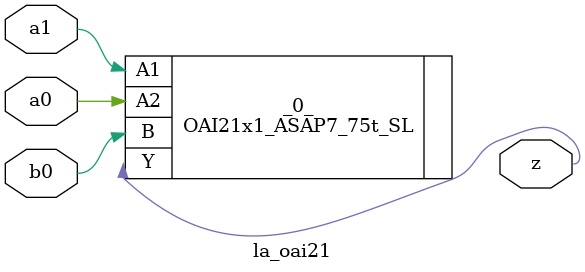
<source format=v>

/* Generated by Yosys 0.44 (git sha1 80ba43d26, g++ 11.4.0-1ubuntu1~22.04 -fPIC -O3) */

(* top =  1  *)
(* src = "generated" *)
module la_oai21 (
    a0,
    a1,
    b0,
    z
);
  (* src = "generated" *)
  input a0;
  wire a0;
  (* src = "generated" *)
  input a1;
  wire a1;
  (* src = "generated" *)
  input b0;
  wire b0;
  (* src = "generated" *)
  output z;
  wire z;
  OAI21x1_ASAP7_75t_SL _0_ (
      .A1(a1),
      .A2(a0),
      .B (b0),
      .Y (z)
  );
endmodule

</source>
